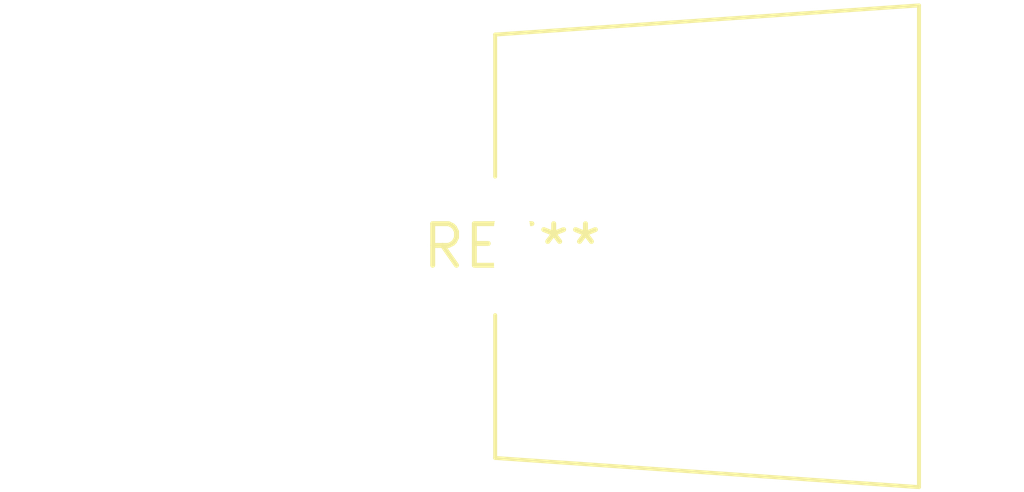
<source format=kicad_pcb>
(kicad_pcb (version 20240108) (generator pcbnew)
  (layers (0 "F.Cu" signal) (31 "B.Cu" signal) (34 "B.Paste" user) (35 "F.Paste" user) (36 "B.SilkS" user "B.Silkscreen") (37 "F.SilkS" user "F.Silkscreen") (38 "B.Mask" user) (39 "F.Mask" user) (44 "Edge.Cuts" user))
  (net 0 "")
  (footprint "Heatsink_AAVID_576802B03900G" (layer "F.Cu") (at 0 0)
    (property "Reference" "REF**")
    (property "Value" "Heatsink_AAVID_576802B03900G")
    (fp_line (start -0.515 -6.46) (end -0.515 -2.125) (layer "F.SilkS") (stroke (width 0.12)))
    (fp_line (start -0.515 -6.46) (end 12.405 -7.35) (layer "F.SilkS") (stroke (width 0.12)))
    (fp_line (start -0.515 2.1) (end -0.515 6.46) (layer "F.SilkS") (stroke (width 0.12)))
    (fp_line (start -0.515 6.46) (end 12.405 7.35) (layer "F.SilkS") (stroke (width 0.12)))
    (fp_line (start 12.405 -7.35) (end 12.405 7.35) (layer "F.SilkS") (stroke (width 0.12)))
    (pad "1" thru_hole oval (at 0 0) (size 2.6 3.78) (drill oval 1.1 2.28) (layers *.Cu *.Mask) (remove_unused_layers))
  )
)
</source>
